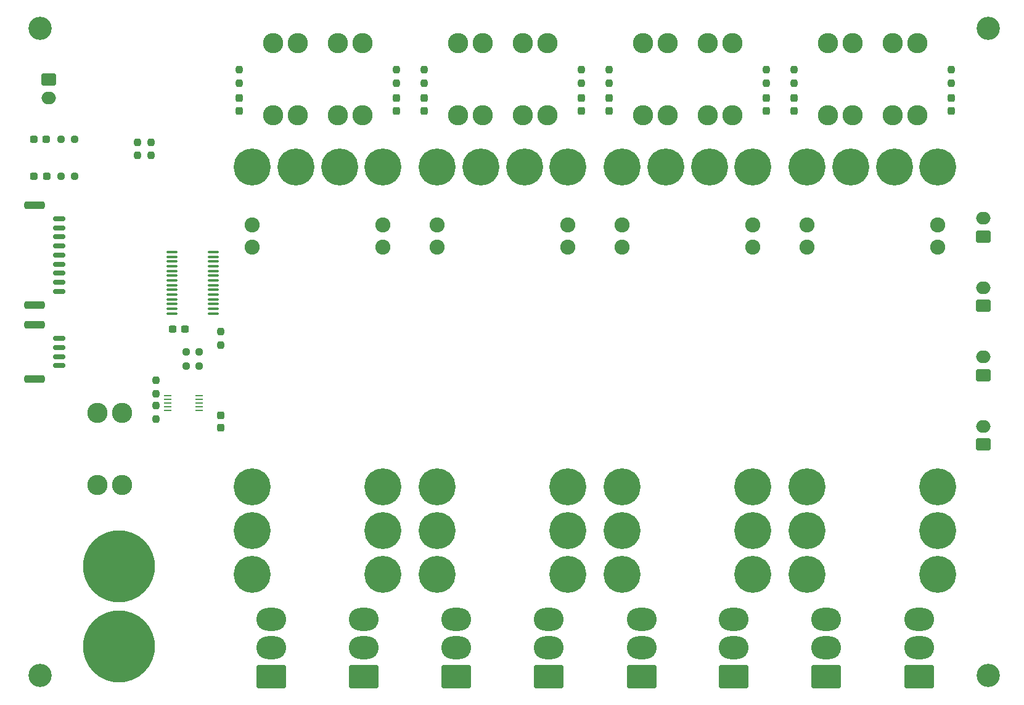
<source format=gts>
G04 #@! TF.GenerationSoftware,KiCad,Pcbnew,6.0.6-3a73a75311~116~ubuntu22.04.1*
G04 #@! TF.CreationDate,2022-09-02T17:28:33-07:00*
G04 #@! TF.ProjectId,thrusterV3,74687275-7374-4657-9256-332e6b696361,rev?*
G04 #@! TF.SameCoordinates,Original*
G04 #@! TF.FileFunction,Soldermask,Top*
G04 #@! TF.FilePolarity,Negative*
%FSLAX46Y46*%
G04 Gerber Fmt 4.6, Leading zero omitted, Abs format (unit mm)*
G04 Created by KiCad (PCBNEW 6.0.6-3a73a75311~116~ubuntu22.04.1) date 2022-09-02 17:28:33*
%MOMM*%
%LPD*%
G01*
G04 APERTURE LIST*
G04 Aperture macros list*
%AMRoundRect*
0 Rectangle with rounded corners*
0 $1 Rounding radius*
0 $2 $3 $4 $5 $6 $7 $8 $9 X,Y pos of 4 corners*
0 Add a 4 corners polygon primitive as box body*
4,1,4,$2,$3,$4,$5,$6,$7,$8,$9,$2,$3,0*
0 Add four circle primitives for the rounded corners*
1,1,$1+$1,$2,$3*
1,1,$1+$1,$4,$5*
1,1,$1+$1,$6,$7*
1,1,$1+$1,$8,$9*
0 Add four rect primitives between the rounded corners*
20,1,$1+$1,$2,$3,$4,$5,0*
20,1,$1+$1,$4,$5,$6,$7,0*
20,1,$1+$1,$6,$7,$8,$9,0*
20,1,$1+$1,$8,$9,$2,$3,0*%
G04 Aperture macros list end*
%ADD10RoundRect,0.100000X0.637500X0.100000X-0.637500X0.100000X-0.637500X-0.100000X0.637500X-0.100000X0*%
%ADD11RoundRect,0.250000X1.800000X-1.330000X1.800000X1.330000X-1.800000X1.330000X-1.800000X-1.330000X0*%
%ADD12O,4.100000X3.160000*%
%ADD13C,5.080000*%
%ADD14C,2.070000*%
%ADD15RoundRect,0.250000X-0.750000X0.600000X-0.750000X-0.600000X0.750000X-0.600000X0.750000X0.600000X0*%
%ADD16O,2.000000X1.700000*%
%ADD17C,2.780000*%
%ADD18RoundRect,0.237500X-0.237500X0.250000X-0.237500X-0.250000X0.237500X-0.250000X0.237500X0.250000X0*%
%ADD19RoundRect,0.237500X0.250000X0.237500X-0.250000X0.237500X-0.250000X-0.237500X0.250000X-0.237500X0*%
%ADD20RoundRect,0.250000X0.750000X-0.600000X0.750000X0.600000X-0.750000X0.600000X-0.750000X-0.600000X0*%
%ADD21RoundRect,0.237500X-0.250000X-0.237500X0.250000X-0.237500X0.250000X0.237500X-0.250000X0.237500X0*%
%ADD22RoundRect,0.237500X-0.300000X-0.237500X0.300000X-0.237500X0.300000X0.237500X-0.300000X0.237500X0*%
%ADD23C,3.200000*%
%ADD24RoundRect,0.150000X0.700000X-0.150000X0.700000X0.150000X-0.700000X0.150000X-0.700000X-0.150000X0*%
%ADD25RoundRect,0.250000X1.150000X-0.250000X1.150000X0.250000X-1.150000X0.250000X-1.150000X-0.250000X0*%
%ADD26RoundRect,0.237500X0.287500X0.237500X-0.287500X0.237500X-0.287500X-0.237500X0.287500X-0.237500X0*%
%ADD27C,9.900000*%
%ADD28RoundRect,0.237500X0.237500X-0.250000X0.237500X0.250000X-0.237500X0.250000X-0.237500X-0.250000X0*%
%ADD29RoundRect,0.237500X-0.237500X0.287500X-0.237500X-0.287500X0.237500X-0.287500X0.237500X0.287500X0*%
%ADD30RoundRect,0.237500X-0.237500X0.300000X-0.237500X-0.300000X0.237500X-0.300000X0.237500X0.300000X0*%
%ADD31R,1.100000X0.250000*%
G04 APERTURE END LIST*
D10*
X87317500Y-93125000D03*
X87317500Y-92475000D03*
X87317500Y-91825000D03*
X87317500Y-91175000D03*
X87317500Y-90525000D03*
X87317500Y-89875000D03*
X87317500Y-89225000D03*
X87317500Y-88575000D03*
X87317500Y-87925000D03*
X87317500Y-87275000D03*
X87317500Y-86625000D03*
X87317500Y-85975000D03*
X87317500Y-85325000D03*
X87317500Y-84675000D03*
X81592500Y-84675000D03*
X81592500Y-85325000D03*
X81592500Y-85975000D03*
X81592500Y-86625000D03*
X81592500Y-87275000D03*
X81592500Y-87925000D03*
X81592500Y-88575000D03*
X81592500Y-89225000D03*
X81592500Y-89875000D03*
X81592500Y-90525000D03*
X81592500Y-91175000D03*
X81592500Y-91825000D03*
X81592500Y-92475000D03*
X81592500Y-93125000D03*
D11*
X184255000Y-143025000D03*
D12*
X184255000Y-139065000D03*
X184255000Y-135105000D03*
D13*
X110600000Y-72965000D03*
X104600000Y-72965000D03*
X110600000Y-116965000D03*
X110600000Y-122965000D03*
X110600000Y-128965000D03*
D14*
X110600000Y-83965000D03*
X110600000Y-80965000D03*
D15*
X64660000Y-60980000D03*
D16*
X64660000Y-63480000D03*
D17*
X171655000Y-56000000D03*
X175055000Y-56000000D03*
X175055000Y-65920000D03*
X171655000Y-65920000D03*
D18*
X137795000Y-59650000D03*
X137795000Y-61475000D03*
D11*
X107950000Y-143025000D03*
D12*
X107950000Y-139065000D03*
X107950000Y-135105000D03*
D11*
X171450000Y-143025000D03*
D12*
X171450000Y-139065000D03*
X171450000Y-135105000D03*
D18*
X163195000Y-59650000D03*
X163195000Y-61475000D03*
X90805000Y-59650000D03*
X90805000Y-61475000D03*
D19*
X85367500Y-100330000D03*
X83542500Y-100330000D03*
D18*
X76835000Y-69572500D03*
X76835000Y-71397500D03*
D20*
X193040000Y-82550000D03*
D16*
X193040000Y-80050000D03*
D11*
X95250000Y-143025000D03*
D12*
X95250000Y-139065000D03*
X95250000Y-135105000D03*
D21*
X66397500Y-74295000D03*
X68222500Y-74295000D03*
D11*
X120650000Y-143025000D03*
D12*
X120650000Y-139065000D03*
X120650000Y-135105000D03*
D22*
X81687500Y-95250000D03*
X83412500Y-95250000D03*
D23*
X63500000Y-142875000D03*
D17*
X183945000Y-56000000D03*
X180545000Y-56000000D03*
X180545000Y-65920000D03*
X183945000Y-65920000D03*
D20*
X193040000Y-92075000D03*
D16*
X193040000Y-89575000D03*
D17*
X104345000Y-56000000D03*
X107745000Y-56000000D03*
X104345000Y-65920000D03*
X107745000Y-65920000D03*
X74725000Y-116720000D03*
X71325000Y-116720000D03*
X71325000Y-106800000D03*
X74725000Y-106800000D03*
D20*
X193040000Y-101600000D03*
D16*
X193040000Y-99100000D03*
D17*
X95455000Y-56000000D03*
X98855000Y-56000000D03*
X98855000Y-65920000D03*
X95455000Y-65920000D03*
X124255000Y-56000000D03*
X120855000Y-56000000D03*
X124255000Y-65920000D03*
X120855000Y-65920000D03*
X155145000Y-56000000D03*
X158545000Y-56000000D03*
X158545000Y-65920000D03*
X155145000Y-65920000D03*
D18*
X79375000Y-102315000D03*
X79375000Y-104140000D03*
D24*
X66085000Y-100300000D03*
X66085000Y-99050000D03*
X66085000Y-97800000D03*
X66085000Y-96550000D03*
D25*
X62735000Y-94700000D03*
X62735000Y-102150000D03*
D17*
X133145000Y-56000000D03*
X129745000Y-56000000D03*
X133145000Y-65920000D03*
X129745000Y-65920000D03*
D23*
X193675000Y-142875000D03*
D19*
X85367500Y-98425000D03*
X83542500Y-98425000D03*
D18*
X167005000Y-59650000D03*
X167005000Y-61475000D03*
D23*
X63500000Y-53975000D03*
D26*
X64412500Y-74295000D03*
X62662500Y-74295000D03*
D21*
X66397500Y-69215000D03*
X68222500Y-69215000D03*
D18*
X188595000Y-59650000D03*
X188595000Y-61475000D03*
D27*
X74295000Y-127850000D03*
X74295000Y-138850000D03*
D28*
X78740000Y-71397500D03*
X78740000Y-69572500D03*
D20*
X193040000Y-111125000D03*
D16*
X193040000Y-108625000D03*
D11*
X146155000Y-143025000D03*
D12*
X146155000Y-139065000D03*
X146155000Y-135105000D03*
D13*
X186805000Y-72965000D03*
X180805000Y-72965000D03*
X186805000Y-116965000D03*
X186805000Y-122965000D03*
X186805000Y-128965000D03*
D14*
X186805000Y-83965000D03*
X186805000Y-80965000D03*
D29*
X90805000Y-63535000D03*
X90805000Y-65285000D03*
X141605000Y-63535000D03*
X141605000Y-65285000D03*
D17*
X149655000Y-56000000D03*
X146255000Y-56000000D03*
X146255000Y-65920000D03*
X149655000Y-65920000D03*
D18*
X79375000Y-105767500D03*
X79375000Y-107592500D03*
D29*
X116205000Y-63535000D03*
X116205000Y-65285000D03*
D18*
X141605000Y-59650000D03*
X141605000Y-61475000D03*
D30*
X88265000Y-107087500D03*
X88265000Y-108812500D03*
D11*
X133350000Y-143025000D03*
D12*
X133350000Y-139065000D03*
X133350000Y-135105000D03*
D29*
X112395000Y-63535000D03*
X112395000Y-65285000D03*
D31*
X81035000Y-104410000D03*
X81035000Y-104910000D03*
X81035000Y-105410000D03*
X81035000Y-105910000D03*
X81035000Y-106410000D03*
X85335000Y-106410000D03*
X85335000Y-105910000D03*
X85335000Y-105410000D03*
X85335000Y-104910000D03*
X85335000Y-104410000D03*
D29*
X167005000Y-63535000D03*
X167005000Y-65285000D03*
D13*
X161400000Y-72965000D03*
X155400000Y-72965000D03*
X161400000Y-116965000D03*
X161400000Y-122965000D03*
X161400000Y-128965000D03*
D14*
X161400000Y-83965000D03*
X161400000Y-80965000D03*
D11*
X158750000Y-143025000D03*
D12*
X158750000Y-139065000D03*
X158750000Y-135105000D03*
D29*
X188595000Y-63535000D03*
X188595000Y-65285000D03*
D26*
X64375000Y-69215000D03*
X62625000Y-69215000D03*
D23*
X193675000Y-53975000D03*
D18*
X116205000Y-59650000D03*
X116205000Y-61475000D03*
D29*
X163195000Y-63535000D03*
X163195000Y-65285000D03*
D24*
X66085000Y-90090000D03*
X66085000Y-88840000D03*
X66085000Y-87590000D03*
X66085000Y-86340000D03*
X66085000Y-85090000D03*
X66085000Y-83840000D03*
X66085000Y-82590000D03*
X66085000Y-81340000D03*
X66085000Y-80090000D03*
D25*
X62735000Y-91940000D03*
X62735000Y-78240000D03*
D18*
X88265000Y-95607500D03*
X88265000Y-97432500D03*
X112395000Y-59650000D03*
X112395000Y-61475000D03*
D13*
X136000000Y-72965000D03*
X130000000Y-72965000D03*
X136000000Y-116965000D03*
X136000000Y-122965000D03*
X136000000Y-128965000D03*
D14*
X136000000Y-83965000D03*
X136000000Y-80965000D03*
D29*
X137795000Y-63535000D03*
X137795000Y-65285000D03*
D13*
X118000000Y-72965000D03*
X124000000Y-72965000D03*
X118000000Y-116965000D03*
X118000000Y-122965000D03*
X118000000Y-128965000D03*
D14*
X118000000Y-83965000D03*
X118000000Y-80965000D03*
D13*
X143400000Y-72965000D03*
X149400000Y-72965000D03*
X143400000Y-116965000D03*
X143400000Y-122965000D03*
X143400000Y-128965000D03*
D14*
X143400000Y-83965000D03*
X143400000Y-80965000D03*
D13*
X168805000Y-72965000D03*
X174805000Y-72965000D03*
X168805000Y-116965000D03*
X168805000Y-122965000D03*
X168805000Y-128965000D03*
D14*
X168805000Y-83965000D03*
X168805000Y-80965000D03*
D13*
X92600000Y-72965000D03*
X98600000Y-72965000D03*
X92600000Y-116965000D03*
X92600000Y-122965000D03*
X92600000Y-128965000D03*
D14*
X92600000Y-83965000D03*
X92600000Y-80965000D03*
M02*

</source>
